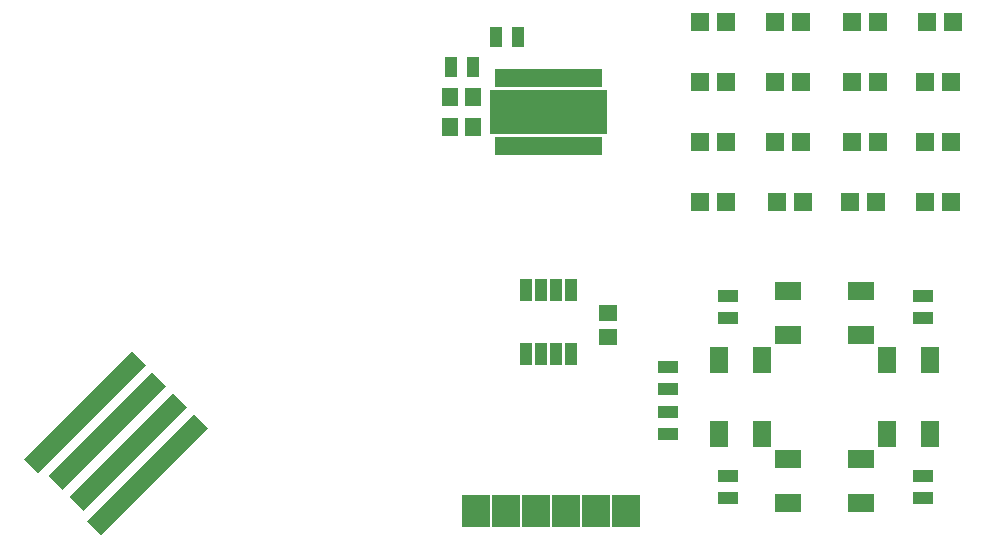
<source format=gts>
G04 #@! TF.FileFunction,Soldermask,Top*
%FSLAX46Y46*%
G04 Gerber Fmt 4.6, Leading zero omitted, Abs format (unit mm)*
G04 Created by KiCad (PCBNEW 4.0.7) date 09/22/17 17:03:54*
%MOMM*%
%LPD*%
G01*
G04 APERTURE LIST*
%ADD10C,0.100000*%
%ADD11R,1.100000X1.700000*%
%ADD12R,1.400000X1.650000*%
%ADD13R,1.600000X1.600000*%
%ADD14R,1.700000X1.100000*%
%ADD15R,1.500000X2.200000*%
%ADD16R,2.200000X1.500000*%
%ADD17R,1.000000X1.950000*%
%ADD18R,0.800000X1.500000*%
%ADD19R,1.500000X1.290000*%
%ADD20R,2.400000X2.800000*%
%ADD21R,1.650000X1.400000*%
G04 APERTURE END LIST*
D10*
D11*
X186060000Y-101600000D03*
X187960000Y-101600000D03*
D12*
X182150000Y-106680000D03*
X184150000Y-106680000D03*
X184150000Y-109220000D03*
X182150000Y-109220000D03*
D13*
X224620000Y-115570000D03*
X222420000Y-115570000D03*
X224620000Y-110490000D03*
X222420000Y-110490000D03*
X218270000Y-115570000D03*
X216070000Y-115570000D03*
X218440000Y-110490000D03*
X216240000Y-110490000D03*
X212090000Y-115570000D03*
X209890000Y-115570000D03*
X211920000Y-110490000D03*
X209720000Y-110490000D03*
X205570000Y-115570000D03*
X203370000Y-115570000D03*
X205570000Y-110490000D03*
X203370000Y-110490000D03*
X205570000Y-105410000D03*
X203370000Y-105410000D03*
X205570000Y-100330000D03*
X203370000Y-100330000D03*
X211920000Y-105410000D03*
X209720000Y-105410000D03*
X211920000Y-100330000D03*
X209720000Y-100330000D03*
X218440000Y-105410000D03*
X216240000Y-105410000D03*
X218440000Y-100330000D03*
X216240000Y-100330000D03*
X224620000Y-105410000D03*
X222420000Y-105410000D03*
X224790000Y-100330000D03*
X222590000Y-100330000D03*
D14*
X200660000Y-131440000D03*
X200660000Y-129540000D03*
X205740000Y-123510000D03*
X205740000Y-125410000D03*
X222250000Y-125410000D03*
X222250000Y-123510000D03*
X222250000Y-140650000D03*
X222250000Y-138750000D03*
X205740000Y-138750000D03*
X205740000Y-140650000D03*
X200660000Y-133350000D03*
X200660000Y-135250000D03*
D11*
X184150000Y-104140000D03*
X182250000Y-104140000D03*
D15*
X204906000Y-135180000D03*
X204906000Y-128980000D03*
X208606000Y-135180000D03*
X208606000Y-128980000D03*
D16*
X210768000Y-123118000D03*
X216968000Y-123118000D03*
X210768000Y-126818000D03*
X216968000Y-126818000D03*
D15*
X222830000Y-128980000D03*
X222830000Y-135180000D03*
X219130000Y-128980000D03*
X219130000Y-135180000D03*
D16*
X216968000Y-141042000D03*
X210768000Y-141042000D03*
X216968000Y-137342000D03*
X210768000Y-137342000D03*
D17*
X188595000Y-128430000D03*
X189865000Y-128430000D03*
X191135000Y-128430000D03*
X192405000Y-128430000D03*
X192405000Y-123030000D03*
X191135000Y-123030000D03*
X189865000Y-123030000D03*
X188595000Y-123030000D03*
D18*
X186275000Y-110800000D03*
X186925000Y-110800000D03*
X187575000Y-110800000D03*
X188225000Y-110800000D03*
X188875000Y-110800000D03*
X189525000Y-110800000D03*
X190175000Y-110800000D03*
X190825000Y-110800000D03*
X191475000Y-110800000D03*
X192125000Y-110800000D03*
X192775000Y-110800000D03*
X193425000Y-110800000D03*
X194075000Y-110800000D03*
X194725000Y-110800000D03*
X194725000Y-105100000D03*
X194075000Y-105100000D03*
X193425000Y-105100000D03*
X192775000Y-105100000D03*
X192125000Y-105100000D03*
X191475000Y-105100000D03*
X190825000Y-105100000D03*
X190175000Y-105100000D03*
X189525000Y-105100000D03*
X188875000Y-105100000D03*
X188225000Y-105100000D03*
X187575000Y-105100000D03*
X186925000Y-105100000D03*
X186275000Y-105100000D03*
D19*
X194725000Y-109225000D03*
X194725000Y-108375000D03*
X194725000Y-106675000D03*
X194725000Y-107525000D03*
X193668750Y-107525000D03*
X193668750Y-106675000D03*
X193668750Y-108375000D03*
X193668750Y-109225000D03*
X192612500Y-109225000D03*
X192612500Y-108375000D03*
X192612500Y-106675000D03*
X192612500Y-107525000D03*
X191556250Y-107525000D03*
X191556250Y-106675000D03*
X191556250Y-108375000D03*
X191556250Y-109225000D03*
X190500000Y-109225000D03*
X190500000Y-108375000D03*
X190500000Y-106675000D03*
X190500000Y-107525000D03*
X189443750Y-107525000D03*
X189443750Y-106675000D03*
X189443750Y-108375000D03*
X189443750Y-109225000D03*
X188387500Y-109225000D03*
X188387500Y-108375000D03*
X188387500Y-106675000D03*
X188387500Y-107525000D03*
X187331250Y-107525000D03*
X187331250Y-106675000D03*
X187331250Y-108375000D03*
X187331250Y-109225000D03*
X186275000Y-109225000D03*
X186275000Y-108375000D03*
X186275000Y-106675000D03*
X186275000Y-107525000D03*
D10*
G36*
X161697755Y-134672271D02*
X152576077Y-143793949D01*
X151409351Y-142627223D01*
X160531029Y-133505545D01*
X161697755Y-134672271D01*
X161697755Y-134672271D01*
G37*
G36*
X156394455Y-129368971D02*
X147272777Y-138490649D01*
X146106051Y-137323923D01*
X155227729Y-128202245D01*
X156394455Y-129368971D01*
X156394455Y-129368971D01*
G37*
G36*
X159910189Y-132952588D02*
X151142065Y-141720712D01*
X149975339Y-140553986D01*
X158743463Y-131785862D01*
X159910189Y-132952588D01*
X159910189Y-132952588D01*
G37*
G36*
X158114138Y-131156537D02*
X149346014Y-139924661D01*
X148179288Y-138757935D01*
X156947412Y-129989811D01*
X158114138Y-131156537D01*
X158114138Y-131156537D01*
G37*
D20*
X184404000Y-141732000D03*
X186944000Y-141732000D03*
X189484000Y-141732000D03*
X192024000Y-141732000D03*
X194564000Y-141732000D03*
X197104000Y-141732000D03*
D21*
X195580000Y-127000000D03*
X195580000Y-125000000D03*
M02*

</source>
